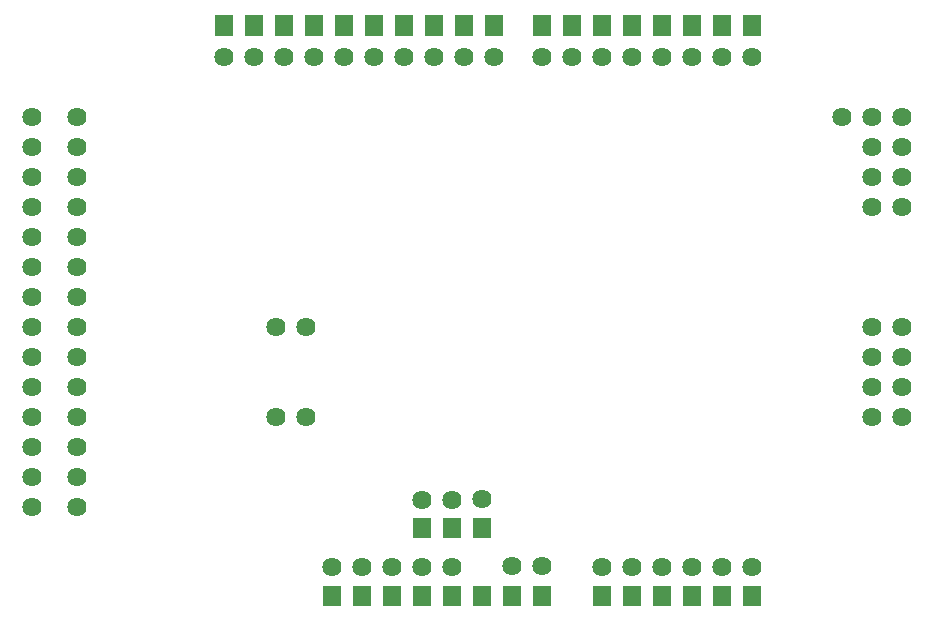
<source format=gbs>
G04 Layer: BottomSolderMaskLayer*
G04 EasyEDA v6.5.5, 2022-06-04 12:09:53*
G04 3e123cf2e83c460a892e92cee729170b,ccec236b37084310ae2d027740726036,10*
G04 Gerber Generator version 0.2*
G04 Scale: 100 percent, Rotated: No, Reflected: No *
G04 Dimensions in millimeters *
G04 leading zeros omitted , absolute positions ,4 integer and 5 decimal *
%FSLAX45Y45*%
%MOMM*%

%ADD23R,1.5240X1.8085*%
%ADD24C,1.6256*%

%LPD*%
G36*
X4597400Y7986776D02*
G01*
X4597400Y8167623D01*
X4749800Y8167623D01*
X4749800Y7986776D01*
G37*
G36*
X4343400Y7986776D02*
G01*
X4343400Y8167623D01*
X4495800Y8167623D01*
X4495800Y7986776D01*
G37*
G36*
X4089400Y7986776D02*
G01*
X4089400Y8167623D01*
X4241800Y8167623D01*
X4241800Y7986776D01*
G37*
G36*
X3835400Y7986776D02*
G01*
X3835400Y8167623D01*
X3987800Y8167623D01*
X3987800Y7986776D01*
G37*
G36*
X3581400Y7986776D02*
G01*
X3581400Y8167623D01*
X3733800Y8167623D01*
X3733800Y7986776D01*
G37*
G36*
X3327400Y7986776D02*
G01*
X3327400Y8167623D01*
X3479800Y8167623D01*
X3479800Y7986776D01*
G37*
G36*
X3073400Y7986776D02*
G01*
X3073400Y8167623D01*
X3225800Y8167623D01*
X3225800Y7986776D01*
G37*
G36*
X2819400Y7986776D02*
G01*
X2819400Y8167623D01*
X2971800Y8167623D01*
X2971800Y7986776D01*
G37*
G36*
X2565400Y7986776D02*
G01*
X2565400Y8167623D01*
X2717800Y8167623D01*
X2717800Y7986776D01*
G37*
G36*
X2311400Y7986776D02*
G01*
X2311400Y8167623D01*
X2463800Y8167623D01*
X2463800Y7986776D01*
G37*
G36*
X6781800Y7986776D02*
G01*
X6781800Y8167623D01*
X6934200Y8167623D01*
X6934200Y7986776D01*
G37*
G36*
X6527800Y7986776D02*
G01*
X6527800Y8167623D01*
X6680200Y8167623D01*
X6680200Y7986776D01*
G37*
G36*
X6273800Y7986776D02*
G01*
X6273800Y8167623D01*
X6426200Y8167623D01*
X6426200Y7986776D01*
G37*
G36*
X6019800Y7986776D02*
G01*
X6019800Y8167623D01*
X6172200Y8167623D01*
X6172200Y7986776D01*
G37*
G36*
X5765800Y7986776D02*
G01*
X5765800Y8167623D01*
X5918200Y8167623D01*
X5918200Y7986776D01*
G37*
G36*
X5511800Y7986776D02*
G01*
X5511800Y8167623D01*
X5664200Y8167623D01*
X5664200Y7986776D01*
G37*
G36*
X5257800Y7986776D02*
G01*
X5257800Y8167623D01*
X5410200Y8167623D01*
X5410200Y7986776D01*
G37*
G36*
X5003800Y7986776D02*
G01*
X5003800Y8167623D01*
X5156200Y8167623D01*
X5156200Y7986776D01*
G37*
D23*
G01*
X5588000Y3251200D03*
G01*
X5842000Y3251200D03*
G01*
X6096000Y3251200D03*
G01*
X6350000Y3251200D03*
G01*
X6604000Y3251200D03*
G01*
X6858000Y3251200D03*
G01*
X3302000Y3251200D03*
G01*
X3556000Y3251200D03*
G01*
X3810000Y3251200D03*
G01*
X4064000Y3251200D03*
G01*
X4318000Y3251200D03*
G01*
X4572000Y3251200D03*
G01*
X4826000Y3251200D03*
G01*
X5080000Y3251200D03*
D24*
G01*
X4572000Y4066082D03*
D23*
G01*
X4572000Y3822700D03*
D24*
G01*
X4318000Y4063466D03*
D23*
G01*
X4318000Y3822700D03*
D24*
G01*
X4064000Y4061663D03*
D23*
G01*
X4064000Y3822700D03*
D24*
G01*
X2828163Y5524474D03*
G01*
X3082188Y5524474D03*
G01*
X3082010Y4762474D03*
G01*
X2827985Y4762474D03*
G01*
X7874025Y7302525D03*
G01*
X7620000Y7302500D03*
G01*
X4318000Y3492500D03*
G01*
X4064000Y3493617D03*
G01*
X3911600Y7810500D03*
G01*
X4165600Y7810500D03*
G01*
X4419600Y7810500D03*
G01*
X4673600Y7810500D03*
G01*
X5080000Y7810500D03*
G01*
X5334000Y7810500D03*
G01*
X5588000Y7810500D03*
D23*
G01*
X4064000Y3822700D03*
G01*
X4318000Y3822700D03*
G01*
X4572000Y3822700D03*
D24*
G01*
X8128000Y7302500D03*
G01*
X8128000Y7048500D03*
G01*
X8128000Y6794500D03*
G01*
X8128000Y6540500D03*
G01*
X7873974Y6794474D03*
G01*
X7873974Y7048474D03*
G01*
X7873974Y7302474D03*
G01*
X7873974Y6540474D03*
G01*
X8128000Y5016474D03*
G01*
X8128000Y5270474D03*
G01*
X8128000Y5524474D03*
G01*
X8128000Y4762474D03*
G01*
X7873974Y4762474D03*
G01*
X7874000Y5016474D03*
G01*
X7874000Y5270474D03*
G01*
X7873974Y5524474D03*
G01*
X6858000Y3492500D03*
G01*
X6604000Y3492500D03*
G01*
X5588000Y3492500D03*
G01*
X5842000Y3492500D03*
G01*
X6096000Y3492500D03*
G01*
X6350000Y3492500D03*
G01*
X4826000Y3505200D03*
G01*
X5080000Y3505200D03*
G01*
X3810000Y3492500D03*
G01*
X3556000Y3492500D03*
G01*
X3302000Y3492500D03*
G01*
X2387600Y7810500D03*
G01*
X2641600Y7810500D03*
G01*
X2895600Y7810500D03*
G01*
X3149600Y7810500D03*
G01*
X3403600Y7810500D03*
G01*
X3657600Y7810500D03*
G01*
X5842000Y7810500D03*
G01*
X6096000Y7810500D03*
G01*
X6858000Y7810500D03*
G01*
X6604000Y7810500D03*
G01*
X6350000Y7810500D03*
G01*
X1143000Y4000474D03*
G01*
X1143000Y7302474D03*
G01*
X1143000Y7048474D03*
G01*
X1143000Y6794474D03*
G01*
X1143000Y6540474D03*
G01*
X1143000Y6286474D03*
G01*
X1143000Y6032474D03*
G01*
X1143000Y5778474D03*
G01*
X1143000Y5524474D03*
G01*
X1143000Y5270474D03*
G01*
X1143000Y4508474D03*
G01*
X1143000Y5016474D03*
G01*
X1143000Y4762474D03*
G01*
X1143000Y4254474D03*
G01*
X762000Y4000474D03*
G01*
X762000Y4254474D03*
G01*
X762000Y4508474D03*
G01*
X762000Y4762474D03*
G01*
X762000Y5016474D03*
G01*
X762000Y5270474D03*
G01*
X762000Y7302474D03*
G01*
X762000Y7048474D03*
G01*
X762000Y6794474D03*
G01*
X762000Y6540474D03*
G01*
X762000Y6286474D03*
G01*
X762000Y6032474D03*
G01*
X762000Y5778474D03*
G01*
X762000Y5524474D03*
M02*

</source>
